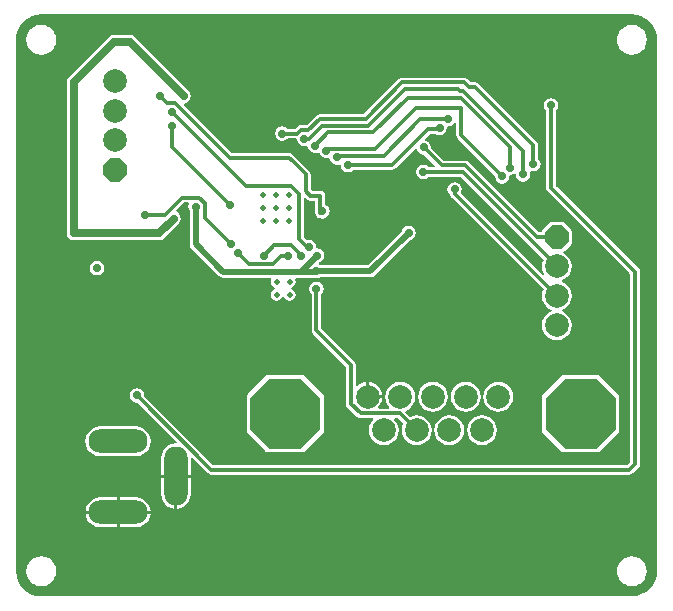
<source format=gbl>
G04 Layer_Physical_Order=2*
G04 Layer_Color=16711680*
%FSLAX43Y43*%
%MOMM*%
G71*
G01*
G75*
%ADD35C,0.300*%
%ADD37C,0.700*%
%ADD38C,2.000*%
%ADD39P,2.165X8X292.5*%
%ADD40P,6.494X8X112.5*%
%ADD41O,5.000X2.000*%
%ADD42O,2.000X5.000*%
%ADD43C,0.700*%
%ADD44C,0.500*%
%ADD45C,0.500*%
G36*
X52500Y49632D02*
Y49632D01*
X52505Y49636D01*
X52917Y49595D01*
X53317Y49473D01*
X53687Y49276D01*
X54010Y49010D01*
X54276Y48687D01*
X54473Y48317D01*
X54595Y47917D01*
X54636Y47505D01*
X54632Y47500D01*
X54632D01*
X54639Y47462D01*
Y2539D01*
X54631Y2500D01*
X54631D01*
X54635Y2496D01*
X54595Y2083D01*
X54473Y1683D01*
X54276Y1313D01*
X54010Y990D01*
X53687Y724D01*
X53317Y527D01*
X52917Y405D01*
X52505Y365D01*
X52500Y369D01*
Y369D01*
X52461Y361D01*
X2623D01*
X2500Y361D01*
X2499Y361D01*
X2375Y369D01*
X2083Y397D01*
X1682Y519D01*
X1313Y716D01*
X989Y982D01*
X723Y1306D01*
X526Y1675D01*
X404Y2076D01*
X364Y2488D01*
X368Y2492D01*
X368D01*
X361Y2526D01*
Y47377D01*
X361Y47500D01*
X361Y47501D01*
X369Y47625D01*
X397Y47917D01*
X519Y48318D01*
X716Y48687D01*
X982Y49011D01*
X1306Y49277D01*
X1675Y49474D01*
X2076Y49596D01*
X2488Y49636D01*
X2492Y49632D01*
Y49632D01*
X2526Y49639D01*
X52462D01*
X52500Y49632D01*
D02*
G37*
%LPC*%
G36*
X45650Y42566D02*
X45414Y42519D01*
X45215Y42385D01*
X45081Y42186D01*
X45034Y41950D01*
X45081Y41714D01*
X45215Y41515D01*
X45238Y41499D01*
Y34975D01*
X45269Y34817D01*
X45359Y34684D01*
X52363Y27679D01*
Y11746D01*
X52104Y11487D01*
X17071D01*
X11210Y17347D01*
X11216Y17375D01*
X11169Y17611D01*
X11035Y17810D01*
X10836Y17944D01*
X10600Y17991D01*
X10364Y17944D01*
X10165Y17810D01*
X10031Y17611D01*
X9984Y17375D01*
X10031Y17139D01*
X10165Y16940D01*
X10364Y16806D01*
X10600Y16759D01*
X10628Y16765D01*
X13965Y13428D01*
X13928Y13353D01*
X13898Y13315D01*
X13573Y13272D01*
X13268Y13145D01*
X13006Y12944D01*
X12805Y12682D01*
X12678Y12377D01*
X12635Y12050D01*
Y10677D01*
X13900D01*
X15165D01*
Y12048D01*
X15188Y12071D01*
X15278Y12115D01*
X16609Y10784D01*
X16742Y10694D01*
X16900Y10663D01*
X52275D01*
X52433Y10694D01*
X52566Y10784D01*
X53066Y11284D01*
X53156Y11417D01*
X53187Y11575D01*
Y27850D01*
X53156Y28008D01*
X53066Y28141D01*
X46062Y35146D01*
Y41499D01*
X46085Y41515D01*
X46219Y41714D01*
X46266Y41950D01*
X46219Y42186D01*
X46085Y42385D01*
X45886Y42519D01*
X45650Y42566D01*
D02*
G37*
G36*
X15165Y10423D02*
X14027D01*
Y7802D01*
X14227Y7828D01*
X14532Y7955D01*
X14794Y8156D01*
X14995Y8418D01*
X15122Y8723D01*
X15165Y9050D01*
Y10423D01*
D02*
G37*
G36*
X13773D02*
X12635D01*
Y9050D01*
X12678Y8723D01*
X12805Y8418D01*
X13006Y8156D01*
X13268Y7955D01*
X13573Y7828D01*
X13773Y7802D01*
Y10423D01*
D02*
G37*
G36*
X49660Y19104D02*
X46660D01*
X46561Y19084D01*
X46477Y19028D01*
X44977Y17528D01*
X44921Y17444D01*
X44901Y17345D01*
Y14345D01*
X44921Y14246D01*
X44977Y14162D01*
X46477Y12662D01*
X46561Y12606D01*
X46660Y12586D01*
X49660D01*
X49759Y12606D01*
X49843Y12662D01*
X51343Y14162D01*
X51399Y14246D01*
X51419Y14345D01*
Y17345D01*
X51399Y17444D01*
X51343Y17528D01*
X49843Y19028D01*
X49759Y19084D01*
X49660Y19104D01*
D02*
G37*
G36*
X24660D02*
X21660D01*
X21561Y19084D01*
X21477Y19028D01*
X19977Y17528D01*
X19921Y17444D01*
X19901Y17345D01*
Y14345D01*
X19921Y14246D01*
X19977Y14162D01*
X21477Y12662D01*
X21561Y12606D01*
X21660Y12586D01*
X24660D01*
X24759Y12606D01*
X24843Y12662D01*
X26343Y14162D01*
X26399Y14246D01*
X26419Y14345D01*
Y17345D01*
X26399Y17444D01*
X26343Y17528D01*
X24843Y19028D01*
X24759Y19084D01*
X24660Y19104D01*
D02*
G37*
G36*
X10500Y14765D02*
X7500D01*
X7173Y14722D01*
X6868Y14595D01*
X6606Y14394D01*
X6405Y14132D01*
X6278Y13827D01*
X6235Y13500D01*
X6278Y13173D01*
X6405Y12868D01*
X6606Y12606D01*
X6868Y12405D01*
X7173Y12278D01*
X7500Y12235D01*
X10500D01*
X10827Y12278D01*
X11132Y12405D01*
X11394Y12606D01*
X11595Y12868D01*
X11722Y13173D01*
X11765Y13500D01*
X11722Y13827D01*
X11595Y14132D01*
X11394Y14394D01*
X11132Y14595D01*
X10827Y14722D01*
X10500Y14765D01*
D02*
G37*
G36*
X8873Y7373D02*
X6252D01*
X6278Y7173D01*
X6405Y6868D01*
X6606Y6606D01*
X6868Y6405D01*
X7173Y6278D01*
X7500Y6235D01*
X8873D01*
Y7373D01*
D02*
G37*
G36*
X52500Y3768D02*
X52483Y3764D01*
X52466Y3765D01*
X52205Y3731D01*
X52173Y3720D01*
X52140Y3714D01*
X51897Y3613D01*
X51868Y3594D01*
X51838Y3579D01*
X51629Y3419D01*
X51607Y3393D01*
X51581Y3371D01*
X51421Y3162D01*
X51406Y3132D01*
X51387Y3103D01*
X51286Y2860D01*
X51280Y2827D01*
X51269Y2795D01*
X51235Y2534D01*
X51237Y2500D01*
X51235Y2466D01*
X51269Y2205D01*
X51280Y2173D01*
X51286Y2140D01*
X51387Y1897D01*
X51406Y1868D01*
X51421Y1838D01*
X51581Y1629D01*
X51607Y1607D01*
X51629Y1581D01*
X51838Y1421D01*
X51868Y1406D01*
X51897Y1387D01*
X52140Y1286D01*
X52173Y1280D01*
X52205Y1269D01*
X52466Y1235D01*
X52483Y1236D01*
X52500Y1232D01*
X52517Y1236D01*
X52534Y1235D01*
X52795Y1269D01*
X52827Y1280D01*
X52860Y1286D01*
X53103Y1387D01*
X53132Y1406D01*
X53162Y1421D01*
X53371Y1581D01*
X53393Y1607D01*
X53419Y1629D01*
X53579Y1838D01*
X53594Y1868D01*
X53613Y1897D01*
X53714Y2140D01*
X53720Y2173D01*
X53731Y2205D01*
X53765Y2466D01*
X53763Y2500D01*
X53765Y2534D01*
X53731Y2795D01*
X53720Y2827D01*
X53714Y2860D01*
X53613Y3103D01*
X53594Y3132D01*
X53579Y3162D01*
X53419Y3371D01*
X53393Y3393D01*
X53371Y3419D01*
X53162Y3579D01*
X53132Y3594D01*
X53103Y3613D01*
X52860Y3714D01*
X52827Y3720D01*
X52795Y3731D01*
X52534Y3765D01*
X52517Y3764D01*
X52500Y3768D01*
D02*
G37*
G36*
X2500D02*
X2483Y3764D01*
X2466Y3765D01*
X2205Y3731D01*
X2173Y3720D01*
X2140Y3714D01*
X1897Y3613D01*
X1868Y3594D01*
X1838Y3579D01*
X1629Y3419D01*
X1607Y3393D01*
X1581Y3371D01*
X1421Y3162D01*
X1406Y3132D01*
X1387Y3103D01*
X1286Y2860D01*
X1280Y2827D01*
X1269Y2795D01*
X1235Y2534D01*
X1237Y2500D01*
X1235Y2466D01*
X1269Y2205D01*
X1280Y2173D01*
X1286Y2140D01*
X1387Y1897D01*
X1406Y1868D01*
X1421Y1838D01*
X1581Y1629D01*
X1607Y1607D01*
X1629Y1581D01*
X1838Y1421D01*
X1868Y1406D01*
X1897Y1387D01*
X2140Y1286D01*
X2173Y1280D01*
X2205Y1269D01*
X2466Y1235D01*
X2483Y1236D01*
X2500Y1232D01*
X2517Y1236D01*
X2534Y1235D01*
X2795Y1269D01*
X2827Y1280D01*
X2860Y1286D01*
X3103Y1387D01*
X3132Y1406D01*
X3162Y1421D01*
X3371Y1581D01*
X3393Y1607D01*
X3419Y1629D01*
X3579Y1838D01*
X3594Y1868D01*
X3613Y1897D01*
X3714Y2140D01*
X3720Y2173D01*
X3731Y2205D01*
X3765Y2466D01*
X3763Y2500D01*
X3765Y2534D01*
X3731Y2795D01*
X3720Y2827D01*
X3714Y2860D01*
X3613Y3103D01*
X3594Y3132D01*
X3579Y3162D01*
X3419Y3371D01*
X3393Y3393D01*
X3371Y3419D01*
X3162Y3579D01*
X3132Y3594D01*
X3103Y3613D01*
X2860Y3714D01*
X2827Y3720D01*
X2795Y3731D01*
X2534Y3765D01*
X2517Y3764D01*
X2500Y3768D01*
D02*
G37*
G36*
X10500Y8765D02*
X9127D01*
Y7627D01*
X11748D01*
X11722Y7827D01*
X11595Y8132D01*
X11394Y8394D01*
X11132Y8595D01*
X10827Y8722D01*
X10500Y8765D01*
D02*
G37*
G36*
X8873D02*
X7500D01*
X7173Y8722D01*
X6868Y8595D01*
X6606Y8394D01*
X6405Y8132D01*
X6278Y7827D01*
X6252Y7627D01*
X8873D01*
Y8765D01*
D02*
G37*
G36*
X11748Y7373D02*
X9127D01*
Y6235D01*
X10500D01*
X10827Y6278D01*
X11132Y6405D01*
X11394Y6606D01*
X11595Y6868D01*
X11722Y7173D01*
X11748Y7373D01*
D02*
G37*
G36*
X9975Y47916D02*
X8650D01*
X8414Y47869D01*
X8215Y47735D01*
X4815Y44335D01*
X4681Y44136D01*
X4634Y43900D01*
Y31125D01*
X4681Y30889D01*
X4815Y30690D01*
X5014Y30556D01*
X5250Y30509D01*
X12475D01*
X12711Y30556D01*
X12910Y30690D01*
X14135Y31915D01*
X14269Y32114D01*
X14316Y32350D01*
X14269Y32586D01*
X14135Y32785D01*
X13953Y32907D01*
X13907Y33041D01*
X14583Y33717D01*
X14940D01*
X15002Y33590D01*
X14959Y33375D01*
X15006Y33139D01*
X15061Y33057D01*
Y30175D01*
X15100Y29978D01*
X15212Y29812D01*
X17537Y27487D01*
X17703Y27375D01*
X17900Y27336D01*
X21909D01*
X21969Y27224D01*
X21950Y27197D01*
X21911Y27000D01*
X21950Y26803D01*
X22062Y26637D01*
X22228Y26525D01*
X22281Y26515D01*
Y26385D01*
X22228Y26375D01*
X22062Y26263D01*
X21950Y26097D01*
X21911Y25900D01*
X21950Y25703D01*
X22062Y25537D01*
X22228Y25425D01*
X22425Y25386D01*
X22622Y25425D01*
X22788Y25537D01*
X22900Y25703D01*
X22910Y25756D01*
X23040D01*
X23050Y25703D01*
X23162Y25537D01*
X23328Y25425D01*
X23525Y25386D01*
X23722Y25425D01*
X23888Y25537D01*
X24000Y25703D01*
X24039Y25900D01*
X24000Y26097D01*
X23888Y26263D01*
X23722Y26375D01*
X23669Y26385D01*
Y26515D01*
X23722Y26525D01*
X23888Y26637D01*
X24000Y26803D01*
X24039Y27000D01*
X24000Y27197D01*
X23981Y27224D01*
X24041Y27336D01*
X25507D01*
X25514Y27331D01*
X25750Y27284D01*
X25986Y27331D01*
X26068Y27386D01*
X30350D01*
X30547Y27425D01*
X30713Y27537D01*
X33738Y30562D01*
X33836Y30581D01*
X34035Y30715D01*
X34169Y30914D01*
X34216Y31150D01*
X34169Y31386D01*
X34035Y31585D01*
X33836Y31719D01*
X33600Y31766D01*
X33364Y31719D01*
X33165Y31585D01*
X33031Y31386D01*
X33012Y31288D01*
X30137Y28414D01*
X26068D01*
X25986Y28469D01*
X25995Y28597D01*
X26030Y28650D01*
X26061Y28656D01*
X26260Y28790D01*
X26394Y28989D01*
X26441Y29225D01*
X26394Y29461D01*
X26260Y29660D01*
X26061Y29794D01*
X25872Y29832D01*
X25766Y29949D01*
X25766Y29950D01*
X25719Y30186D01*
X25585Y30385D01*
X25386Y30519D01*
X25150Y30566D01*
X24997Y30535D01*
X24737Y30796D01*
Y34065D01*
X24854Y34113D01*
X24984Y33984D01*
X25117Y33894D01*
X25275Y33863D01*
X25713D01*
Y33120D01*
X25684Y32975D01*
X25713Y32830D01*
Y32800D01*
X25744Y32642D01*
X25834Y32509D01*
X25967Y32419D01*
X26125Y32388D01*
X26140Y32391D01*
X26300Y32359D01*
X26536Y32406D01*
X26735Y32540D01*
X26869Y32739D01*
X26916Y32975D01*
X26869Y33211D01*
X26735Y33410D01*
X26537Y33543D01*
Y34275D01*
X26505Y34433D01*
X26416Y34566D01*
X26283Y34656D01*
X26125Y34687D01*
X25446D01*
X25299Y34833D01*
Y36088D01*
X25268Y36245D01*
X25179Y36379D01*
X24062Y37495D01*
X24062Y37495D01*
X23766Y37791D01*
X23633Y37881D01*
X23475Y37912D01*
X18687D01*
X14608Y41991D01*
X14649Y42129D01*
X14786Y42156D01*
X14985Y42290D01*
X15119Y42489D01*
X15166Y42725D01*
X15119Y42961D01*
X14985Y43160D01*
X10410Y47735D01*
X10211Y47869D01*
X9975Y47916D01*
D02*
G37*
G36*
X7200Y28791D02*
X6964Y28744D01*
X6765Y28610D01*
X6631Y28411D01*
X6584Y28175D01*
X6631Y27939D01*
X6765Y27740D01*
X6964Y27606D01*
X7200Y27559D01*
X7436Y27606D01*
X7635Y27740D01*
X7769Y27939D01*
X7816Y28175D01*
X7769Y28411D01*
X7635Y28610D01*
X7436Y28744D01*
X7200Y28791D01*
D02*
G37*
G36*
X30247Y18513D02*
Y17392D01*
X31368D01*
X31342Y17592D01*
X31215Y17897D01*
X31014Y18159D01*
X30752Y18360D01*
X30447Y18487D01*
X30247Y18513D01*
D02*
G37*
G36*
X52500Y48768D02*
X52483Y48764D01*
X52466Y48765D01*
X52205Y48731D01*
X52173Y48720D01*
X52140Y48714D01*
X51897Y48613D01*
X51868Y48594D01*
X51838Y48579D01*
X51629Y48419D01*
X51607Y48393D01*
X51581Y48371D01*
X51421Y48162D01*
X51406Y48132D01*
X51387Y48103D01*
X51286Y47860D01*
X51280Y47827D01*
X51269Y47795D01*
X51235Y47534D01*
X51237Y47500D01*
X51235Y47466D01*
X51269Y47205D01*
X51280Y47173D01*
X51286Y47140D01*
X51387Y46897D01*
X51406Y46868D01*
X51421Y46838D01*
X51581Y46629D01*
X51607Y46607D01*
X51629Y46581D01*
X51838Y46421D01*
X51868Y46406D01*
X51897Y46387D01*
X52140Y46286D01*
X52173Y46280D01*
X52205Y46269D01*
X52466Y46235D01*
X52483Y46236D01*
X52500Y46232D01*
X52517Y46236D01*
X52534Y46235D01*
X52795Y46269D01*
X52827Y46280D01*
X52860Y46286D01*
X53103Y46387D01*
X53132Y46406D01*
X53162Y46421D01*
X53371Y46581D01*
X53393Y46607D01*
X53419Y46629D01*
X53579Y46838D01*
X53594Y46868D01*
X53613Y46897D01*
X53714Y47140D01*
X53720Y47173D01*
X53731Y47205D01*
X53765Y47466D01*
X53763Y47500D01*
X53765Y47534D01*
X53731Y47795D01*
X53720Y47827D01*
X53714Y47860D01*
X53613Y48103D01*
X53594Y48132D01*
X53579Y48162D01*
X53419Y48371D01*
X53393Y48393D01*
X53371Y48419D01*
X53162Y48579D01*
X53132Y48594D01*
X53103Y48613D01*
X52860Y48714D01*
X52827Y48720D01*
X52795Y48731D01*
X52534Y48765D01*
X52517Y48764D01*
X52500Y48768D01*
D02*
G37*
G36*
X2500D02*
X2483Y48764D01*
X2466Y48765D01*
X2205Y48731D01*
X2173Y48720D01*
X2140Y48714D01*
X1897Y48613D01*
X1868Y48594D01*
X1838Y48579D01*
X1629Y48419D01*
X1607Y48393D01*
X1581Y48371D01*
X1421Y48162D01*
X1406Y48132D01*
X1387Y48103D01*
X1286Y47860D01*
X1280Y47827D01*
X1269Y47795D01*
X1235Y47534D01*
X1237Y47500D01*
X1235Y47466D01*
X1269Y47205D01*
X1280Y47173D01*
X1286Y47140D01*
X1387Y46897D01*
X1406Y46868D01*
X1421Y46838D01*
X1581Y46629D01*
X1607Y46607D01*
X1629Y46581D01*
X1838Y46421D01*
X1868Y46406D01*
X1897Y46387D01*
X2140Y46286D01*
X2173Y46280D01*
X2205Y46269D01*
X2466Y46235D01*
X2483Y46236D01*
X2500Y46232D01*
X2517Y46236D01*
X2534Y46235D01*
X2795Y46269D01*
X2827Y46280D01*
X2860Y46286D01*
X3103Y46387D01*
X3132Y46406D01*
X3162Y46421D01*
X3371Y46581D01*
X3393Y46607D01*
X3419Y46629D01*
X3579Y46838D01*
X3594Y46868D01*
X3613Y46897D01*
X3714Y47140D01*
X3720Y47173D01*
X3731Y47205D01*
X3765Y47466D01*
X3763Y47500D01*
X3765Y47534D01*
X3731Y47795D01*
X3720Y47827D01*
X3714Y47860D01*
X3613Y48103D01*
X3594Y48132D01*
X3579Y48162D01*
X3419Y48371D01*
X3393Y48393D01*
X3371Y48419D01*
X3162Y48579D01*
X3132Y48594D01*
X3103Y48613D01*
X2860Y48714D01*
X2827Y48720D01*
X2795Y48731D01*
X2534Y48765D01*
X2517Y48764D01*
X2500Y48768D01*
D02*
G37*
G36*
X38288Y44291D02*
X33071D01*
X32913Y44260D01*
X32779Y44170D01*
X29779Y41170D01*
X26058D01*
X25901Y41139D01*
X25767Y41049D01*
X24984Y40266D01*
X24463D01*
X24305Y40235D01*
X24171Y40145D01*
X23988Y39962D01*
X23351D01*
X23335Y39985D01*
X23136Y40119D01*
X22900Y40166D01*
X22664Y40119D01*
X22465Y39985D01*
X22331Y39786D01*
X22284Y39550D01*
X22331Y39314D01*
X22465Y39115D01*
X22664Y38981D01*
X22900Y38934D01*
X23136Y38981D01*
X23335Y39115D01*
X23351Y39138D01*
X24037D01*
X24159Y39100D01*
X24176Y39015D01*
X24206Y38864D01*
X24340Y38665D01*
X24539Y38531D01*
X24775Y38484D01*
X24941Y38517D01*
X25016Y38522D01*
X25079Y38425D01*
X25106Y38289D01*
X25240Y38090D01*
X25439Y37956D01*
X25675Y37909D01*
X25908Y37956D01*
X25944Y37961D01*
X26045Y37919D01*
X26056Y37864D01*
X26190Y37665D01*
X26389Y37531D01*
X26625Y37484D01*
X26815Y37522D01*
X26868Y37523D01*
X26951Y37439D01*
X26981Y37289D01*
X27115Y37090D01*
X27314Y36956D01*
X27550Y36909D01*
X27713Y36942D01*
X27812Y36908D01*
X27844Y36848D01*
X27881Y36664D01*
X28015Y36465D01*
X28214Y36331D01*
X28450Y36284D01*
X28686Y36331D01*
X28885Y36465D01*
X28901Y36488D01*
X32209D01*
X32366Y36519D01*
X32500Y36609D01*
X34165Y38274D01*
X34287Y38237D01*
X34306Y38139D01*
X34440Y37940D01*
X34639Y37806D01*
X34875Y37759D01*
X34903Y37765D01*
X35838Y36829D01*
X35790Y36712D01*
X35301D01*
X35285Y36735D01*
X35086Y36869D01*
X34850Y36916D01*
X34614Y36869D01*
X34415Y36735D01*
X34281Y36536D01*
X34234Y36300D01*
X34281Y36064D01*
X34415Y35865D01*
X34614Y35731D01*
X34850Y35684D01*
X35086Y35731D01*
X35285Y35865D01*
X35301Y35888D01*
X38004D01*
X45020Y28873D01*
X44928Y28652D01*
X44885Y28325D01*
X44928Y27998D01*
X45055Y27693D01*
X45088Y27649D01*
X44992Y27565D01*
X38029Y34529D01*
X38069Y34589D01*
X38116Y34825D01*
X38069Y35061D01*
X37935Y35260D01*
X37736Y35394D01*
X37500Y35441D01*
X37264Y35394D01*
X37065Y35260D01*
X36931Y35061D01*
X36884Y34825D01*
X36931Y34589D01*
X37065Y34390D01*
X37111Y34358D01*
X37119Y34317D01*
X37209Y34184D01*
X45020Y26373D01*
X44928Y26152D01*
X44885Y25825D01*
X44928Y25498D01*
X45055Y25193D01*
X45256Y24931D01*
X45518Y24730D01*
X45725Y24644D01*
Y24506D01*
X45518Y24420D01*
X45256Y24219D01*
X45055Y23957D01*
X44928Y23652D01*
X44885Y23325D01*
X44928Y22998D01*
X45055Y22693D01*
X45256Y22431D01*
X45518Y22230D01*
X45823Y22103D01*
X46150Y22060D01*
X46477Y22103D01*
X46782Y22230D01*
X47044Y22431D01*
X47245Y22693D01*
X47372Y22998D01*
X47415Y23325D01*
X47372Y23652D01*
X47245Y23957D01*
X47044Y24219D01*
X46782Y24420D01*
X46575Y24506D01*
Y24644D01*
X46782Y24730D01*
X47044Y24931D01*
X47245Y25193D01*
X47372Y25498D01*
X47415Y25825D01*
X47372Y26152D01*
X47245Y26457D01*
X47044Y26719D01*
X46782Y26920D01*
X46575Y27006D01*
Y27144D01*
X46782Y27230D01*
X47044Y27431D01*
X47245Y27693D01*
X47372Y27998D01*
X47415Y28325D01*
X47372Y28652D01*
X47245Y28957D01*
X47044Y29219D01*
X46782Y29420D01*
X46713Y29449D01*
X46726Y29581D01*
X46749Y29586D01*
X46833Y29642D01*
X47333Y30142D01*
X47389Y30226D01*
X47409Y30325D01*
Y31325D01*
X47389Y31424D01*
X47333Y31508D01*
X46833Y32008D01*
X46833Y32008D01*
X46749Y32064D01*
X46650Y32084D01*
X45650D01*
X45551Y32064D01*
X45467Y32008D01*
X44967Y31508D01*
X44911Y31424D01*
X44891Y31325D01*
Y31237D01*
X44604D01*
X38696Y37145D01*
X38562Y37235D01*
X38404Y37266D01*
X36567D01*
X35485Y38347D01*
X35491Y38375D01*
X35444Y38611D01*
X35310Y38810D01*
X35111Y38944D01*
X35013Y38963D01*
X34976Y39085D01*
X35433Y39542D01*
X35861D01*
X35989Y39456D01*
X36225Y39409D01*
X36461Y39456D01*
X36660Y39590D01*
X36794Y39789D01*
X36841Y40025D01*
X36832Y40070D01*
X36922Y40160D01*
X36925Y40159D01*
X37161Y40206D01*
X37360Y40340D01*
X37494Y40539D01*
X37511Y40625D01*
X37638Y40613D01*
Y39400D01*
X37669Y39242D01*
X37759Y39109D01*
X40915Y35953D01*
X40909Y35925D01*
X40956Y35689D01*
X41090Y35490D01*
X41289Y35356D01*
X41525Y35309D01*
X41761Y35356D01*
X41960Y35490D01*
X42094Y35689D01*
X42141Y35925D01*
X42136Y35947D01*
X42241Y36072D01*
X42411Y36106D01*
X42549Y36199D01*
X42664Y36122D01*
X42659Y36100D01*
X42706Y35864D01*
X42840Y35665D01*
X43039Y35531D01*
X43275Y35484D01*
X43511Y35531D01*
X43710Y35665D01*
X43844Y35864D01*
X43891Y36100D01*
X43851Y36299D01*
X43867Y36326D01*
X43924Y36383D01*
X43951Y36399D01*
X44150Y36359D01*
X44386Y36406D01*
X44585Y36540D01*
X44719Y36739D01*
X44766Y36975D01*
X44719Y37211D01*
X44585Y37410D01*
X44562Y37426D01*
Y38575D01*
X44531Y38733D01*
X44441Y38866D01*
X39541Y43766D01*
X39408Y43856D01*
X39250Y43887D01*
X38863D01*
X38579Y44170D01*
X38446Y44260D01*
X38288Y44291D01*
D02*
G37*
G36*
X39815Y15690D02*
X39488Y15647D01*
X39183Y15520D01*
X38921Y15319D01*
X38720Y15057D01*
X38593Y14752D01*
X38550Y14425D01*
X38593Y14098D01*
X38720Y13793D01*
X38921Y13531D01*
X39183Y13330D01*
X39488Y13203D01*
X39815Y13160D01*
X40142Y13203D01*
X40447Y13330D01*
X40709Y13531D01*
X40910Y13793D01*
X41037Y14098D01*
X41080Y14425D01*
X41037Y14752D01*
X40910Y15057D01*
X40709Y15319D01*
X40447Y15520D01*
X40142Y15647D01*
X39815Y15690D01*
D02*
G37*
G36*
X37045D02*
X36718Y15647D01*
X36413Y15520D01*
X36151Y15319D01*
X35950Y15057D01*
X35823Y14752D01*
X35780Y14425D01*
X35823Y14098D01*
X35950Y13793D01*
X36151Y13531D01*
X36413Y13330D01*
X36718Y13203D01*
X37045Y13160D01*
X37372Y13203D01*
X37677Y13330D01*
X37939Y13531D01*
X38140Y13793D01*
X38267Y14098D01*
X38310Y14425D01*
X38267Y14752D01*
X38140Y15057D01*
X37939Y15319D01*
X37677Y15520D01*
X37372Y15647D01*
X37045Y15690D01*
D02*
G37*
G36*
X25800Y27016D02*
X25564Y26969D01*
X25365Y26835D01*
X25231Y26636D01*
X25184Y26400D01*
X25231Y26164D01*
X25365Y25965D01*
X25388Y25949D01*
Y22900D01*
X25419Y22742D01*
X25509Y22609D01*
X28304Y19813D01*
Y16683D01*
X28335Y16526D01*
X28425Y16392D01*
X29247Y15570D01*
X29381Y15480D01*
X29538Y15449D01*
X30582D01*
X30623Y15329D01*
X30611Y15319D01*
X30410Y15057D01*
X30283Y14752D01*
X30240Y14425D01*
X30283Y14098D01*
X30410Y13793D01*
X30611Y13531D01*
X30873Y13330D01*
X31178Y13203D01*
X31505Y13160D01*
X31832Y13203D01*
X32137Y13330D01*
X32399Y13531D01*
X32600Y13793D01*
X32727Y14098D01*
X32770Y14425D01*
X32727Y14752D01*
X32600Y15057D01*
X32399Y15319D01*
X32387Y15329D01*
X32428Y15449D01*
X32668D01*
X33145Y14973D01*
X33053Y14752D01*
X33010Y14425D01*
X33053Y14098D01*
X33180Y13793D01*
X33381Y13531D01*
X33643Y13330D01*
X33948Y13203D01*
X34275Y13160D01*
X34602Y13203D01*
X34907Y13330D01*
X35169Y13531D01*
X35370Y13793D01*
X35497Y14098D01*
X35540Y14425D01*
X35497Y14752D01*
X35370Y15057D01*
X35169Y15319D01*
X34907Y15520D01*
X34602Y15647D01*
X34275Y15690D01*
X33948Y15647D01*
X33727Y15555D01*
X33314Y15969D01*
X33338Y16093D01*
X33522Y16170D01*
X33784Y16371D01*
X33985Y16633D01*
X34112Y16938D01*
X34155Y17265D01*
X34112Y17592D01*
X33985Y17897D01*
X33784Y18159D01*
X33522Y18360D01*
X33217Y18487D01*
X32890Y18530D01*
X32563Y18487D01*
X32258Y18360D01*
X31996Y18159D01*
X31795Y17897D01*
X31668Y17592D01*
X31625Y17265D01*
X31668Y16938D01*
X31795Y16633D01*
X31973Y16400D01*
X31930Y16273D01*
X31080D01*
X31037Y16400D01*
X31215Y16633D01*
X31342Y16938D01*
X31368Y17138D01*
X30120D01*
Y17265D01*
X29993D01*
Y18513D01*
X29793Y18487D01*
X29488Y18360D01*
X29255Y18182D01*
X29128Y18225D01*
Y19984D01*
X29097Y20142D01*
X29007Y20275D01*
X26212Y23071D01*
Y25949D01*
X26235Y25965D01*
X26369Y26164D01*
X26416Y26400D01*
X26369Y26636D01*
X26235Y26835D01*
X26036Y26969D01*
X25800Y27016D01*
D02*
G37*
G36*
X41200Y18530D02*
X40873Y18487D01*
X40568Y18360D01*
X40306Y18159D01*
X40105Y17897D01*
X39978Y17592D01*
X39935Y17265D01*
X39978Y16938D01*
X40105Y16633D01*
X40306Y16371D01*
X40568Y16170D01*
X40873Y16043D01*
X41200Y16000D01*
X41527Y16043D01*
X41832Y16170D01*
X42094Y16371D01*
X42295Y16633D01*
X42422Y16938D01*
X42465Y17265D01*
X42422Y17592D01*
X42295Y17897D01*
X42094Y18159D01*
X41832Y18360D01*
X41527Y18487D01*
X41200Y18530D01*
D02*
G37*
G36*
X38430D02*
X38103Y18487D01*
X37798Y18360D01*
X37536Y18159D01*
X37335Y17897D01*
X37208Y17592D01*
X37165Y17265D01*
X37208Y16938D01*
X37335Y16633D01*
X37536Y16371D01*
X37798Y16170D01*
X38103Y16043D01*
X38430Y16000D01*
X38757Y16043D01*
X39062Y16170D01*
X39324Y16371D01*
X39525Y16633D01*
X39652Y16938D01*
X39695Y17265D01*
X39652Y17592D01*
X39525Y17897D01*
X39324Y18159D01*
X39062Y18360D01*
X38757Y18487D01*
X38430Y18530D01*
D02*
G37*
G36*
X35660D02*
X35333Y18487D01*
X35028Y18360D01*
X34766Y18159D01*
X34565Y17897D01*
X34438Y17592D01*
X34395Y17265D01*
X34438Y16938D01*
X34565Y16633D01*
X34766Y16371D01*
X35028Y16170D01*
X35333Y16043D01*
X35660Y16000D01*
X35987Y16043D01*
X36292Y16170D01*
X36554Y16371D01*
X36755Y16633D01*
X36882Y16938D01*
X36925Y17265D01*
X36882Y17592D01*
X36755Y17897D01*
X36554Y18159D01*
X36292Y18360D01*
X35987Y18487D01*
X35660Y18530D01*
D02*
G37*
%LPD*%
D35*
X10600Y17375D02*
X16900Y11075D01*
X52275D01*
X52775Y11575D01*
Y27850D01*
X45650Y34975D02*
X52775Y27850D01*
X45650Y34975D02*
Y41950D01*
X44433Y30825D02*
X46150D01*
X38404Y36854D02*
X44433Y30825D01*
X38175Y36300D02*
X46150Y28325D01*
X25087Y39854D02*
X25121Y39821D01*
X44150Y36975D02*
Y38575D01*
X39250Y43475D02*
X44150Y38575D01*
X38692Y43475D02*
X39250D01*
X38288Y43879D02*
X38692Y43475D01*
X33071Y43879D02*
X38288D01*
X29950Y40758D02*
X33071Y43879D01*
X26058Y40758D02*
X29950D01*
X25121Y39821D02*
X26058Y40758D01*
X25121Y39821D02*
Y39821D01*
X24463Y39854D02*
X25087D01*
X24159Y39550D02*
X24463Y39854D01*
X22900Y39550D02*
X24159D01*
X26625Y38100D02*
X26804Y38279D01*
X27550Y37525D02*
X27679Y37654D01*
X28450Y36900D02*
X32209D01*
X26125Y32800D02*
X26300Y32975D01*
X26804Y38279D02*
X30754D01*
X25675Y38525D02*
X26800Y39650D01*
X25184Y39100D02*
X26288Y40204D01*
X24775Y39100D02*
X25184D01*
X26288Y40204D02*
X30179D01*
X33300Y43325D01*
X37775D01*
X37946Y43154D01*
X38229D01*
X43275Y38108D01*
Y36100D02*
Y38108D01*
X42175Y36675D02*
Y38425D01*
X38050Y39400D02*
X41525Y35925D01*
X34200Y41725D02*
X38050D01*
Y39400D02*
Y41725D01*
X38000Y42600D02*
X42175Y38425D01*
X33575Y42600D02*
X38000D01*
X30625Y39650D02*
X33575Y42600D01*
X26800Y39650D02*
X30625D01*
X30754Y38279D02*
X34200Y41725D01*
X36921Y40779D02*
X36925Y40775D01*
X36154Y39954D02*
X36225Y40025D01*
X32209Y36900D02*
X35263Y39954D01*
X34875Y38375D02*
X36396Y36854D01*
X34850Y36300D02*
X38175D01*
X35263Y39954D02*
X36154D01*
X34604Y40779D02*
X36921D01*
X31479Y37654D02*
X34604Y40779D01*
X27679Y37654D02*
X31479D01*
X24475Y29225D02*
Y29275D01*
X22825Y29225D02*
X23425D01*
X25800Y22900D02*
Y26400D01*
X26125Y32800D02*
Y34275D01*
X36396Y36854D02*
X38404D01*
X37500Y34475D02*
X46150Y25825D01*
X37500Y34475D02*
Y34825D01*
X32839Y15861D02*
X34275Y14425D01*
X29538Y15861D02*
X32839D01*
X28716Y16683D02*
X29538Y15861D01*
X28716Y16683D02*
Y19984D01*
X25800Y22900D02*
X28716Y19984D01*
X19150Y29400D02*
X20050Y28500D01*
X22100D01*
X22825Y29225D01*
X23675Y30075D02*
X24475Y29275D01*
X22225Y30075D02*
X23675D01*
X21375Y29225D02*
X22225Y30075D01*
X16329Y32396D02*
X18525Y30200D01*
X16329Y32396D02*
Y33687D01*
X15887Y34129D02*
X16329Y33687D01*
X14413Y34129D02*
X15887D01*
X12934Y32650D02*
X14413Y34129D01*
X11300Y32650D02*
X12934D01*
X25000Y29950D02*
X25150D01*
X24325Y30625D02*
X25000Y29950D01*
X24325Y30625D02*
Y34450D01*
X23675Y35100D02*
X24325Y34450D01*
X19850Y35100D02*
X23675D01*
X24888Y34663D02*
X25275Y34275D01*
X24888Y34663D02*
Y36088D01*
X25275Y34275D02*
X26125D01*
X23771Y37204D02*
Y37204D01*
Y37204D02*
X24888Y36088D01*
X23475Y37500D02*
X23771Y37204D01*
X18516Y37500D02*
X23475D01*
X13862Y42154D02*
X18516Y37500D01*
X13575Y38375D02*
Y40175D01*
Y38375D02*
X18475Y33475D01*
X13550Y41400D02*
X19850Y35100D01*
X13171Y42154D02*
X13862D01*
X12575Y42750D02*
X13171Y42154D01*
D37*
X12475Y31125D02*
X13700Y32350D01*
X5250Y31125D02*
X12475D01*
X9975Y47300D02*
X14550Y42725D01*
X8650Y47300D02*
X9975D01*
X5250Y43900D02*
X8650Y47300D01*
X5250Y31125D02*
Y43900D01*
D38*
X46150Y25825D02*
D03*
Y28325D02*
D03*
Y23325D02*
D03*
X8725Y41500D02*
D03*
Y39000D02*
D03*
Y44000D02*
D03*
X41200Y17265D02*
D03*
X38430D02*
D03*
X35660D02*
D03*
X32890D02*
D03*
X30120D02*
D03*
X39815Y14425D02*
D03*
X37045D02*
D03*
X34275D02*
D03*
X31505D02*
D03*
D39*
X46150Y30825D02*
D03*
X8725Y36500D02*
D03*
D40*
X23160Y15845D02*
D03*
X48160D02*
D03*
D41*
X9000Y7500D02*
D03*
Y13500D02*
D03*
D42*
X13900Y10550D02*
D03*
D43*
X45650Y41950D02*
D03*
X26625Y38100D02*
D03*
X27550Y37525D02*
D03*
X28450Y36900D02*
D03*
X26300Y32975D02*
D03*
X25675Y38525D02*
D03*
X42175Y36675D02*
D03*
X44150Y36975D02*
D03*
X41525Y35925D02*
D03*
X43275Y36100D02*
D03*
X36925Y40775D02*
D03*
X36225Y40025D02*
D03*
X34875Y38375D02*
D03*
X34850Y36300D02*
D03*
X24475Y29225D02*
D03*
X23425D02*
D03*
X25800Y26400D02*
D03*
X22900Y39550D02*
D03*
X24775Y39100D02*
D03*
X33600Y31150D02*
D03*
X25150Y29950D02*
D03*
X25825Y29225D02*
D03*
X25750Y27900D02*
D03*
X21375Y29225D02*
D03*
X13575Y40175D02*
D03*
X13550Y41400D02*
D03*
X14550Y42725D02*
D03*
X37500Y34825D02*
D03*
X19150Y29400D02*
D03*
X18525Y30200D02*
D03*
X18475Y33475D02*
D03*
X12575Y42750D02*
D03*
X11300Y32650D02*
D03*
X15575Y33375D02*
D03*
X13700Y32350D02*
D03*
X5250Y31125D02*
D03*
X7200Y28175D02*
D03*
X10600Y17375D02*
D03*
D44*
X21300Y34350D02*
D03*
X22400D02*
D03*
X23500D02*
D03*
X21300Y33250D02*
D03*
X22400D02*
D03*
X23500D02*
D03*
X21300Y32150D02*
D03*
X22400D02*
D03*
X23500D02*
D03*
X22425Y25900D02*
D03*
Y27000D02*
D03*
X23525Y25900D02*
D03*
Y27000D02*
D03*
D45*
X30350Y27900D02*
X33600Y31150D01*
X25750Y27900D02*
X30350D01*
X25700Y27850D02*
X25750Y27900D01*
X24450Y27850D02*
X25700D01*
X17900D02*
X24450D01*
X25825Y29225D01*
X15575Y30175D02*
X17900Y27850D01*
X15575Y30175D02*
Y33375D01*
M02*

</source>
